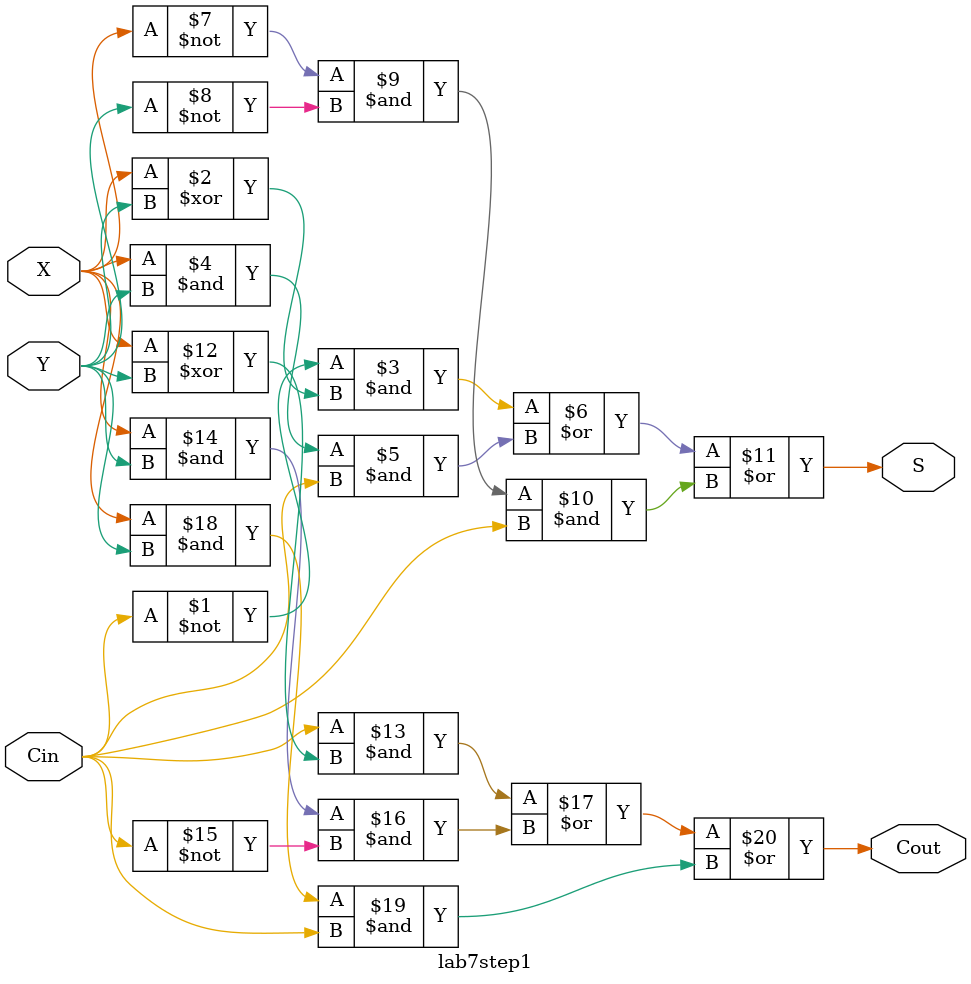
<source format=v>
module lab7step1(Cin, X, Y, S, Cout);
	input Cin, X, Y;
	output S, Cout;
	
	assign S = (~Cin&(X^Y))|(X&Y&Cin)|(~X&~Y&Cin);
	assign Cout = (Cin&(X^Y))|(X&Y&~Cin)|(X&Y&Cin);
	
endmodule
</source>
